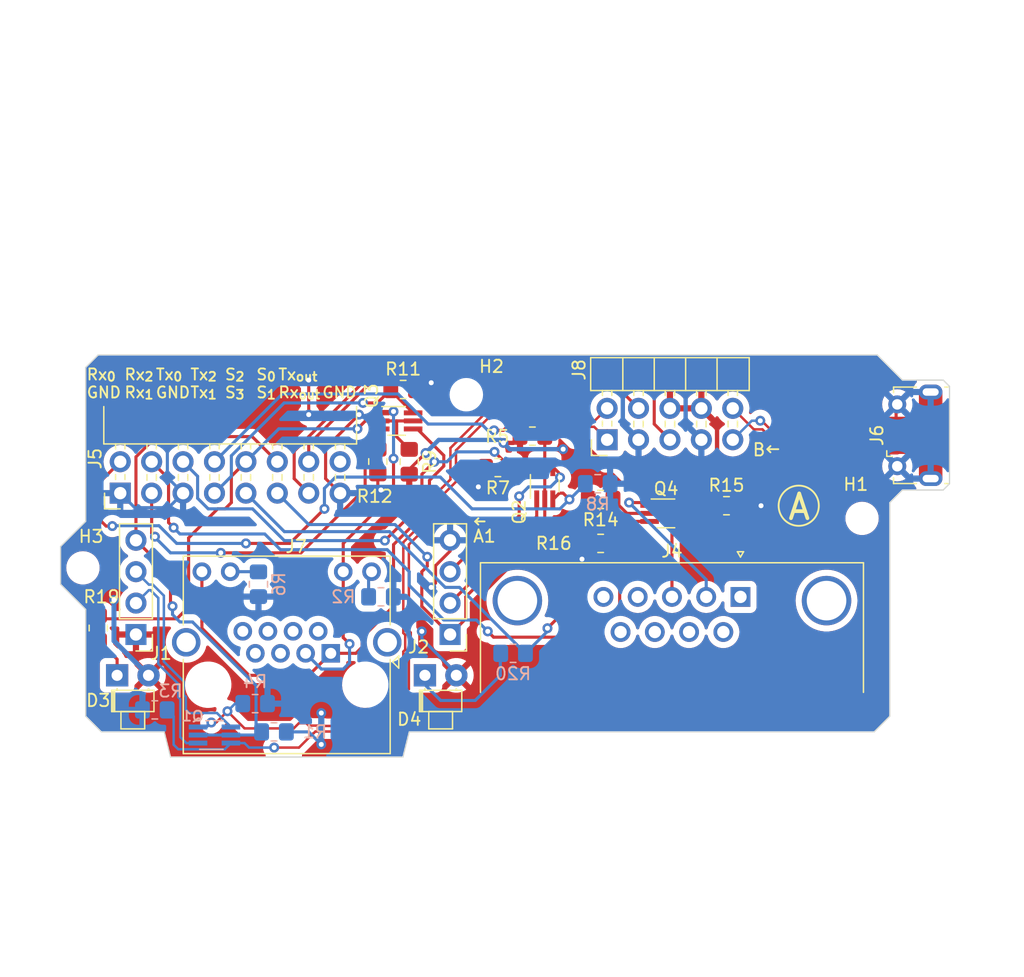
<source format=kicad_pcb>
(kicad_pcb (version 20221018) (generator pcbnew)
  (layers (0 "F.Cu" signal) (31 "B.Cu" signal) (34 "B.Paste" user) (35 "F.Paste" user) (36 "B.SilkS" user "B.Silkscreen") (37 "F.SilkS" user "F.Silkscreen") (38 "B.Mask" user) (39 "F.Mask" user) (44 "Edge.Cuts" user))
  (net 0 "")
  (net 1 "/D-")
  (net 2 "/D+")
  (net 3 "/Tx_{0}")
  (net 4 "/Rx_{0}")
  (net 5 "/Rx_{1}")
  (net 7 "/Tx_{1}")
  (net 14 "/Rx_{2}")
  (net 15 "/Tx_{2}")
  (net 22 "VCC")
  (net 23 "GND")
  (net 24 "/Tx_{out}")
  (net 25 "/Rx_{out}")
  (net 26 "/DO+")
  (net 27 "/DO-")
  (net 28 "Net-(D3-K)")
  (net 29 "Net-(D4-K)")
  (net 30 "/RXI_{0}")
  (net 31 "/TXI_{0}")
  (net 32 "/RXI_{1}")
  (net 33 "/TXI_{1}")
  (net 34 "/TXI_{2}")
  (net 35 "/RXI_{2}")
  (net 36 "/S_{0}")
  (net 37 "/S_{1}")
  (net 38 "/S_{2}")
  (net 39 "/S_{3}")
  (net 41 "Net-(J7-Pad9)")
  (net 42 "/U-")
  (net 43 "/U+")
  (net 45 "Net-(J7-Pad11)")
  (footprint "Connector_PinHeader_2.54mm:PinHeader_1x04_P2.54mm_Vertical" (layer "F.Cu") (at 61.286 72.39 180)
    (fp_text reference "J1")
    (fp_text value "Conn_01x04")
  )
  (footprint "Resistor_SMD:R_0805_2012Metric_Pad1.20x1.40mm_HandSolder" (layer "F.Cu") (at 90.5495 58.889852 180)
    (fp_text reference "R7")
    (fp_text value "40k")
  )
  (footprint "Connector_RJ:RJ45_Amphenol_RJHSE538X" (layer "F.Cu") (at 77.038 73.911 180)
    (fp_text reference "J7")
    (fp_text value "RJ45_LED")
  )
  (footprint "Package_TO_SOT_SMD:SOT-363_SC-70-6_Handsoldering" (layer "F.Cu") (at 82.368 55.118)
    (fp_text reference "Q3")
    (fp_text value "Q_Dual_PMOS_S1G1D2S2G2D1")
  )
  (footprint "Connector_PinHeader_2.54mm:PinHeader_1x04_P2.54mm_Vertical" (layer "F.Cu") (at 86.686 72.39 180)
    (fp_text reference "J2")
    (fp_text value "Conn_01x04")
  )
  (footprint "LED_THT:LED_D1.8mm_W1.8mm_H2.4mm_Horizontal_O1.27mm_Z1.6mm" (layer "F.Cu") (at 59.762 75.692)
    (fp_text reference "D3")
    (fp_text value "LED")
  )
  (footprint "Resistor_SMD:R_0805_2012Metric_Pad1.20x1.40mm_HandSolder" (layer "F.Cu") (at 98.862 61.468 180)
    (fp_text reference "R14")
    (fp_text value "20k")
  )
  (footprint "Connector_PinHeader_2.54mm:PinHeader_2x05_P2.54mm_Horizontal" (layer "F.Cu") (at 99.386 56.642 90)
    (fp_text reference "J8")
    (fp_text value "Conn_01x10 Data Conn")
  )
  (footprint "MountingHole:MountingHole_2.2mm_M2_ISO7380" (layer "F.Cu") (at 88 53)
    (fp_text reference "H2")
    (fp_text value "MountingHole")
  )
  (footprint "Connector_PinHeader_2.54mm:PinHeader_2x08_P2.54mm_Horizontal" (layer "F.Cu") (at 60.015999 60.96 90)
    (fp_text reference "J5")
    (fp_text value "Conn_02x08_Top_Bottom Switch Conn")
  )
  (footprint "Resistor_SMD:R_0805_2012Metric_Pad1.20x1.40mm_HandSolder" (layer "F.Cu") (at 93.3435 56.349852 180)
    (fp_text reference "R5")
    (fp_text value "20k")
  )
  (footprint "Resistor_SMD:R_0805_2012Metric_Pad1.20x1.40mm_HandSolder" (layer "F.Cu") (at 98.862 65.024 180)
    (fp_text reference "R16")
    (fp_text value "40k")
  )
  (footprint "Resistor_SMD:R_0805_2012Metric_Pad1.20x1.40mm_HandSolder" (layer "F.Cu") (at 109.038 61.976)
    (fp_text reference "R15")
    (fp_text value "40k")
  )
  (footprint "MountingHole:MountingHole_2.2mm_M2_ISO7380" (layer "F.Cu") (at 57 67)
    (fp_text reference "H3")
    (fp_text value "MountingHole")
  )
  (footprint "Package_TO_SOT_SMD:SOT-363_SC-70-6_Handsoldering" (layer "F.Cu") (at 104.152 62.596)
    (fp_text reference "Q4")
    (fp_text value "Q_Dual_PMOS_S1G1D2S2G2D1")
  )
  (footprint "Resistor_SMD:R_0805_2012Metric_Pad1.20x1.40mm_HandSolder" (layer "F.Cu") (at 80.844 58.404 -90)
    (fp_text reference "R12")
    (fp_text value "40k")
  )
  (footprint "Connector_USB:USB_Micro-B_Molex-105017-0001" (layer "F.Cu") (at 124.3105 56.282 90)
    (fp_text reference "J6")
    (fp_text value "USB_B_Micro Debug")
  )
  (footprint "Resistor_SMD:R_0805_2012Metric_Pad1.20x1.40mm_HandSolder" (layer "F.Cu") (at 82.892 52.578)
    (fp_text reference "R11")
    (fp_text value "40k")
  )
  (footprint "Connector_Dsub:DSUB-9_Female_Horizontal_P2.77x2.84mm_EdgePinOffset4.94mm_Housed_MountingHolesOffset7.48mm" (layer "F.Cu") (at 110.169 69.349669)
    (fp_text reference "J4")
    (fp_text value "DE9_Receptacle")
  )
  (footprint "Package_TO_SOT_SMD:SOT-363_SC-70-6_Handsoldering" (layer "F.Cu") (at 94.3435 60.159852 90)
    (fp_text reference "Q2")
    (fp_text value "Q_Dual_PMOS_S1G1D2S2G2D1")
  )
  (footprint "Resistor_SMD:R_0805_2012Metric_Pad1.20x1.40mm_HandSolder" (layer "F.Cu") (at 58.238 71.866 90)
    (fp_text reference "R19")
    (fp_text value "1k")
  )
  (footprint "MountingHole:MountingHole_2.2mm_M2_ISO7380" (layer "F.Cu") (at 120 63)
    (fp_text reference "H1")
    (fp_text value "MountingHole")
  )
  (footprint "Resistor_SMD:R_0805_2012Metric_Pad1.20x1.40mm_HandSolder" (layer "F.Cu") (at 83.384 58.42 -90)
    (fp_text reference "R9")
    (fp_text value "20k")
  )
  (footprint "LED_THT:LED_D1.8mm_W1.8mm_H2.4mm_Horizontal_O1.27mm_Z1.6mm" (layer "F.Cu") (at 84.654 75.692)
    (fp_text reference "D4")
    (fp_text value "LED")
  )
  (footprint "Resistor_SMD:R_0805_2012Metric_Pad1.20x1.40mm_HandSolder" (layer "B.Cu") (at 72.446 80.265)
    (fp_text reference "R1")
    (fp_text value "20k")
  )
  (footprint "Resistor_SMD:R_0805_2012Metric_Pad1.20x1.40mm_HandSolder" (layer "B.Cu") (at 81.098 69.342 180)
    (fp_text reference "R2")
    (fp_text value "330")
  )
  (footprint "Resistor_SMD:R_0805_2012Metric_Pad1.20x1.40mm_HandSolder" (layer "B.Cu") (at 70.922 77.979)
    (fp_text reference "R4")
    (fp_text value "300k")
  )
  (footprint "Resistor_SMD:R_0805_2012Metric_Pad1.20x1.40mm_HandSolder" (layer "B.Cu") (at 62.81 78.486 180)
    (fp_text reference "R3")
    (fp_text value "300k")
  )
  (footprint "Resistor_SMD:R_0805_2012Metric_Pad1.20x1.40mm_HandSolder" (layer "B.Cu") (at 91.782 73.914)
    (fp_text reference "R20")
    (fp_text value "1k")
  )
  (footprint "Resistor_SMD:R_0805_2012Metric_Pad1.20x1.40mm_HandSolder" (layer "B.Cu") (at 71.192 68.326 90)
    (fp_text reference "R6")
    (fp_text value "330")
  )
  (footprint "Package_TO_SOT_SMD:SOT-363_SC-70-6_Handsoldering" (layer "B.Cu") (at 67.636 80.519)
    (fp_text reference "Q1")
    (fp_text value "Q_Dual_PMOS_S1G1D2S2G2D1")
  )
  (footprint "Resistor_SMD:R_0805_2012Metric_Pad1.20x1.40mm_HandSolder" (layer "B.Cu") (at 98.624 60.198)
    (fp_text reference "R8")
    (fp_text value "40k")
  )
  (gr_line (start 88.718 63.246) (end 88.972 62.992) (stroke (width 0.15)) (layer "F.SilkS"))
  (gr_line (start 89.48 63.246) (end 88.718 63.246) (stroke (width 0.15)) (layer "F.SilkS"))
  (gr_line (start 112.34 57.404) (end 112.594 57.658) (stroke (width 0.15)) (layer "F.SilkS"))
  (gr_line (start 113.229 57.404) (end 112.467 57.404) (stroke (width 0.15)) (layer "F.SilkS"))
  (gr_line (start 112.34 57.404) (end 112.594 57.15) (stroke (width 0.15)) (layer "F.SilkS"))
  (gr_circle (center 114.88 61.976) (end 116.15 60.96) (stroke (width 0.15)) (fill none) (layer "F.SilkS"))
  (gr_line (start 88.718 63.246) (end 88.972 63.5) (stroke (width 0.15)) (layer "F.SilkS"))
  (gr_line (start 57.222 50.8) (end 58.238 49.784) (stroke (width 0.1)) (layer "Edge.Cuts"))
  (gr_line (start 127.072 60.198) (end 126.564 60.706) (stroke (width 0.1)) (layer "Edge.Cuts"))
  (gr_line (start 127.072 60.198) (end 127.072 52.324) (stroke (width 0.1)) (layer "Edge.Cuts"))
  (gr_line (start 57.222 50.8) (end 57.222 63.246) (stroke (width 0.1)) (layer "Edge.Cuts"))
  (gr_line (start 55.19 65.278) (end 57.222 63.246) (stroke (width 0.1)) (layer "Edge.Cuts"))
  (gr_line (start 122.246 78.994) (end 122.246 61.722) (stroke (width 0.1)) (layer "Edge.Cuts"))
  (gr_line (start 55.19 68.326) (end 57.222 70.358) (stroke (width 0.1)) (layer "Edge.Cuts"))
  (gr_line (start 57.222 78.994) (end 57.222 70.358) (stroke (width 0.1)) (layer "Edge.Cuts"))
  (gr_line (start 55.19 68.326) (end 55.19 65.278) (stroke (width 0.1)) (layer "Edge.Cuts"))
  (gr_line (start 63.572 80.264) (end 58.492 80.264) (stroke (width 0.1)) (layer "Edge.Cuts"))
  (gr_line (start 58.492 80.264) (end 57.222 78.994) (stroke (width 0.1)) (layer "Edge.Cuts"))
  (gr_line (start 83.384 80.264) (end 82.876 82.296) (stroke (width 0.1)) (layer "Edge.Cuts"))
  (gr_line (start 121.23 49.784) (end 123.262 51.816) (stroke (width 0.1)) (layer "Edge.Cuts"))
  (gr_line (start 127.072 52.324) (end 126.564 51.816) (stroke (width 0.1)) (layer "Edge.Cuts"))
  (gr_line (start 126.564 60.706) (end 123.262 60.706) (stroke (width 0.1)) (layer "Edge.Cuts"))
  (gr_line (start 121.23 49.784) (end 58.238 49.784) (stroke (width 0.1)) (layer "Edge.Cuts"))
  (gr_line (start 64.08 82.296) (end 63.572 80.264) (stroke (width 0.1)) (layer "Edge.Cuts"))
  (gr_line (start 123.262 60.706) (end 122.246 61.722) (stroke (width 0.1)) (layer "Edge.Cuts"))
  (gr_line (start 83.384 80.264) (end 120.976 80.264) (stroke (width 0.1)) (layer "Edge.Cuts"))
  (gr_line (start 82.876 82.296) (end 64.08 82.296) (stroke (width 0.1)) (layer "Edge.Cuts"))
  (gr_line (start 126.564 51.816) (end 123.262 51.816) (stroke (width 0.1)) (layer "Edge.Cuts"))
  (gr_line (start 120.976 80.264) (end 122.246 78.994) (stroke (width 0.1)) (layer "Edge.Cuts"))
  (gr_text "Rx_{0}\nGND" (at 57.222 53.34) (layer "F.SilkS") (effects (font (size 0.9 0.9)) (justify left bottom)))
  (gr_text "Rx_{2}\nRx_{1}" (at 60.27 53.34) (layer "F.SilkS") (effects (font (size 0.9 0.9)) (justify left bottom)))
  (gr_text "S_{0}\nS_{1}" (at 70.938 53.34) (layer "F.SilkS") (effects (font (size 0.9 0.9)) (justify left bottom)))
  (gr_text "Tx_{out}\nRx_{out}" (at 72.716 53.34) (layer "F.SilkS") (effects (font (size 0.9 0.9)) (justify left bottom)))
  (gr_text "Tx_{2}\nTx_{1}" (at 65.604 53.34) (layer "F.SilkS") (effects (font (size 0.9 0.9)) (justify left bottom)))
  (gr_text "S_{2}\nS_{3}" (at 68.398 53.34) (layer "F.SilkS") (effects (font (size 0.9 0.9)) (justify left bottom)))
  (gr_text "A" (at 113.864 63.246) (layer "F.SilkS") (effects (font (size 2 2) (thickness 0.3)) (justify left bottom)))
  (gr_text "B" (at 111.07 58.039) (layer "F.SilkS") (effects (font (size 1 1)) (justify left bottom)))
  (gr_text "Tx_{0}\nGND" (at 62.81 53.34) (layer "F.SilkS") (effects (font (size 0.9 0.9)) (justify left bottom)))
  (gr_text "\nGND" (at 76.272 53.34) (layer "F.SilkS") (effects (font (size 0.9 0.9)) (justify left bottom)))
  (gr_text "A1" (at 88.464 65.024) (layer "F.SilkS") (effects (font (size 1 1)) (justify left bottom)))
  (segment (start 67.838 78.741) (end 65.604 78.741) (width 0.2) (layer "B.Cu") (net 1))
  (segment (start 65.321 78.458) (end 65.321 77.437072) (width 0.2) (layer "B.Cu") (net 1))
  (segment (start 65.153 76.1928) (end 63.543 74.5828) (width 0.2) (layer "B.Cu") (net 1))
  (segment (start 68.966 79.869) (end 67.838 78.741) (width 0.2) (layer "B.Cu") (net 1))
  (segment (start 62.649199 68.354999) (end 62.330999 68.354999) (width 0.2) (layer "B.Cu") (net 1))
  (segment (start 62.330999 68.354999) (end 61.286 67.31) (width 0.2) (layer "B.Cu") (net 1))
  (segment (start 65.321 77.437072) (end 65.153 77.269072) (width 0.2) (layer "B.Cu") (net 1))
  (segment (start 65.153 77.269072) (end 65.153 76.1928) (width 0.2) (layer "B.Cu") (net 1))
  (segment (start 63.543 69.2488) (end 62.649199 68.354999) (width 0.2) (layer "B.Cu") (net 1))
  (segment (start 63.543 74.5828) (end 63.543 69.2488) (width 0.2) (layer "B.Cu") (net 1))
  (segment (start 65.604 78.741) (end 65.321 78.458) (width 0.2) (layer "B.Cu") (net 1))
  (segment (start 63.093 74.7692) (end 63.093 69.4352) (width 0.2) (layer "B.Cu") (net 2))
  (segment (start 64.70302 77.45546) (end 64.70302 76.37922) (width 0.2) (layer "B.Cu") (net 2))
  (segment (start 64.871 77.62344) (end 64.70302 77.45546) (width 0.2) (layer "B.Cu") (net 2))
  (segment (start 62.462801 68.805001) (end 62.330999 68.805001) (width 0.2) (layer "B.Cu") (net 2))
  (segment (start 66.306 81.169) (end 65.356 81.169) (width 0.2) (layer "B.Cu") (net 2))
  (segment (start 65.356 81.169) (end 64.871 80.684) (width 0.2) (layer "B.Cu") (net 2))
  (segment (start 64.70302 76.37922) (end 63.093 74.7692) (width 0.2) (layer "B.Cu") (net 2))
  (segment (start 62.330999 68.805001) (end 61.286 69.85) (width 0.2) (layer "B.Cu") (net 2))
  (segment (start 63.093 69.4352) (end 62.462801 68.805001) (width 0.2) (layer "B.Cu") (net 2))
  (segment (start 64.871 80.684) (end 64.871 77.62344) (width 0.2) (layer "B.Cu") (net 2))
  (segment (start 91.5495 58.889852) (end 90.2795 57.619852) (width 0.25) (layer "F.Cu") (net 3))
  (segment (start 81.413 64.797804) (end 84.409 61.801804) (width 0.25) (layer "F.Cu") (net 3))
  (segment (start 91.5495 58.889852) (end 93.6335 58.889852) (width 0.25) (layer "F.Cu") (net 3))
  (segment (start 84.409 61.801804) (end 84.409 59.427) (width 0.25) (layer "F.Cu") (net 3))
  (segment (start 84.409 59.427) (end 85.416 58.42) (width 0.25) (layer "F.Cu") (net 3))
  (via (at 81.413 64.797804) (size 0.8) (drill 0.4) (layers "F.Cu" "B.Cu") (net 3))
  (via (at 90.2795 57.619852) (size 0.8) (drill 0.4) (layers "F.Cu" "B.Cu") (net 3))
  (via (at 85.416 58.42) (size 0.8) (drill 0.4) (layers "F.Cu" "B.Cu") (net 3))
  (segment (start 66.270999 61.372999) (end 67.128 62.23) (width 0.25) (layer "B.Cu") (net 3))
  (segment (start 70.714805 62.23) (end 73.282609 64.797804) (width 0.25) (layer "B.Cu") (net 3))
  (segment (start 87.232148 57.619852) (end 86.432 58.42) (width 0.25) (layer "B.Cu") (net 3))
  (segment (start 65.095999 58.42) (end 66.270999 59.595) (width 0.25) (layer "B.Cu") (net 3))
  (segment (start 67.128 62.23) (end 70.714805 62.23) (width 0.25) (layer "B.Cu") (net 3))
  (segment (start 73.282609 64.797804) (end 81.413 64.797804) (width 0.25) (layer "B.Cu") (net 3))
  (segment (start 90.2795 57.619852) (end 87.232148 57.619852) (width 0.25) (layer "B.Cu") (net 3))
  (segment (start 86.432 58.42) (end 85.416 58.42) (width 0.25) (layer "B.Cu") (net 3))
  (segment (start 66.270999 59.595) (end 66.270999 61.372999) (width 0.25) (layer "B.Cu") (net 3))
  (segment (start 76.526 62.23) (end 73.732 65.024) (width 0.25) (layer "F.Cu") (net 4))
  (segment (start 95.83 60.96) (end 96.338 61.468) (width 0.25) (layer "F.Cu") (net 4))
  (segment (start 96.3385 61.4675) (end 96.338 61.468) (width 0.25) (layer "F.Cu") (net 4))
  (segment (start 58.492 59.943999) (end 60.015999 58.42) (width 0.25) (layer "F.Cu") (net 4))
  (segment (start 58.492 63.246) (end 58.492 59.943999) (width 0.25) (layer "F.Cu") (net 4))
  (segment (start 94.9935 61.489852) (end 95.523352 60.96) (width 0.25) (layer "F.Cu") (net 4))
  (segment (start 73.732 65.024) (end 70.176 65.024) (width 0.25) (layer "F.Cu") (net 4))
  (segment (start 58.868701 63.622701) (end 58.492 63.246) (width 0.25) (layer "F.Cu") (net 4))
  (segment (start 59.376701 63.622701) (end 58.868701 63.622701) (width 0.25) (layer "F.Cu") (net 4))
  (segment (start 95.523352 60.96) (end 95.83 60.96) (width 0.25) (layer "F.Cu") (net 4))
  (via (at 59.376701 63.622701) (size 0.8) (drill 0.4) (layers "F.Cu" "B.Cu") (net 4))
  (via (at 96.338 61.468) (size 0.8) (drill 0.4) (layers "F.Cu" "B.Cu") (net 4))
  (via (at 70.176 65.024) (size 0.8) (drill 0.4) (layers "F.Cu" "B.Cu") (net 4))
  (via (at 76.526 62.23) (size 0.8) (drill 0.4) (layers "F.Cu" "B.Cu") (net 4))
  (segment (start 77.796 59.66) (end 77.434298 59.66) (width 0.25) (layer "B.Cu") (net 4))
  (segment (start 85.894 59.66) (end 88.464 62.23) (width 0.25) (layer "B.Cu") (net 4))
  (segment (start 63.149695 63.595) (end 64.578695 65.024) (width 0.25) (layer "B.Cu") (net 4))
  (segment (start 59.404402 63.595) (end 59.376701 63.622701) (width 0.25) (layer "B.Cu") (net 4))
  (segment (start 88.464 62.23) (end 95.576 62.23) (width 0.25) (layer "B.Cu") (net 4))
  (segment (start 64.578695 65.024) (end 70.176 65.024) (width 0.25) (layer "B.Cu") (net 4))
  (segment (start 95.576 62.23) (end 96.338 61.468) (width 0.25) (layer "B.Cu") (net 4))
  (segment (start 77.796 59.66) (end 85.894 59.66) (width 0.25) (layer "B.Cu") (net 4))
  (segment (start 96.338 61.468) (end 96.354 61.468) (width 0.25) (layer "B.Cu") (net 4))
  (segment (start 59.404402 63.595) (end 63.149695 63.595) (width 0.25) (layer "B.Cu") (net 4))
  (segment (start 77.434298 59.66) (end 76.526 60.568298) (width 0.25) (layer "B.Cu") (net 4))
  (segment (start 96.354 61.468) (end 97.624 60.198) (width 0.25) (layer "B.Cu") (net 4))
  (segment (start 76.526 60.568298) (end 76.526 62.23) (width 0.25) (layer "B.Cu") (net 4))
  (segment (start 76.59485 63.82285) (end 74.6317 65.786) (width 0.25) (layer "F.Cu") (net 5))
  (segment (start 62.556 62.992) (end 62.556 64.212456) (width 0.25) (layer "F.Cu") (net 5))
  (segment (start 74.6317 65.786) (end 68.144 65.786) (width 0.25) (layer "F.Cu") (net 5))
  (segment (start 79.819 58.429) (end 79.819 60.5987) (width 0.25) (layer "F.Cu") (net 5))
  (segment (start 80.844 57.404) (end 80.844 55.962) (width 0.25) (layer "F.Cu") (net 5))
  (segment (start 80.844 55.962) (end 81.038 55.768) (width 0.25) (layer "F.Cu") (net 5))
  (segment (start 62.556 64.212456) (end 62.821946 64.478402) (width 0.25) (layer "F.Cu") (net 5))
  (segment (start 79.819 60.5987) (end 76.59485 63.82285) (width 0.25) (layer "F.Cu") (net 5))
  (segment (start 80.844 57.404) (end 79.819 58.429) (width 0.25) (layer "F.Cu") (net 5))
  (segment (start 62.555999 60.96) (end 62.556 62.992) (width 0.25) (layer "F.Cu") (net 5))
  (via (at 68.144 65.786) (size 0.8) (drill 0.4) (layers "F.Cu" "B.Cu") (net 5))
  (via (at 62.821946 64.478402) (size 0.8) (drill 0.4) (layers "F.Cu" "B.Cu") (net 5))
  (segment (start 64.08 65.786) (end 62.821946 64.527946) (width 0.25) (layer "B.Cu") (net 5))
  (segment (start 68.144 65.786) (end 64.08 65.786) (width 0.25) (layer "B.Cu") (net 5))
  (segment (start 62.821946 64.527946) (end 62.821946 64.478402) (width 0.25) (layer "B.Cu") (net 5))
  (segment (start 81.892 52.578) (end 81.892 52.662) (width 0.25) (layer "F.Cu") (net 7))
  (segment (start 79.642497 53.662497) (end 80.807503 53.662497) (width 0.25) (layer "F.Cu") (net 7))
  (segment (start 81.892 52.662) (end 83.698 54.468) (width 0.25) (layer "F.Cu") (net 7))
  (segment (start 80.807503 53.662497) (end 81.892 52.578) (width 0.25) (layer "F.Cu") (net 7))
  (via (at 79.642497 53.662497) (size 0.8) (drill 0.4) (layers "F.Cu" "B.Cu") (net 7))
  (segment (start 67.635999 60.96) (end 69.000999 59.595) (width 0.25) (layer "B.Cu") (net 7))
  (segment (start 73.271801 53.662497) (end 79.642497 53.662497) (width 0.25) (layer "B.Cu") (net 7))
  (segment (start 69.000999 59.595) (end 69.000999 57.933299) (width 0.25) (layer "B.Cu") (net 7))
  (segment (start 69.000999 57.933299) (end 73.271801 53.662497) (width 0.25) (layer "B.Cu") (net 7))
  (segment (start 90.205 72.607) (end 97.899 72.607) (width 0.25) (layer "F.Cu") (net 14))
  (segment (start 63.920999 59.785) (end 63.920999 63.340999) (width 0.25) (layer "F.Cu") (net 14))
  (segment (start 97.899 72.607) (end 100.402 70.104) (width 0.25) (layer "F.Cu") (net 14))
  (segment (start 100.402 70.104) (end 100.402 65.564) (width 0.25) (layer "F.Cu") (net 14))
  (segment (start 89.734 72.136) (end 90.205 72.607) (width 0.25) (layer "F.Cu") (net 14))
  (segment (start 99.862 65.024) (end 101.64 63.246) (width 0.25) (layer "F.Cu") (net 14))
  (segment (start 62.555999 58.42) (end 63.920999 59.785) (width 0.25) (layer "F.Cu") (net 14))
  (segment (start 101.64 63.246) (end 102.822 63.246) (width 0.25) (layer "F.Cu") (net 14))
  (segment (start 100.402 65.564) (end 99.862 65.024) (width 0.25) (layer "F.Cu") (net 14))
  (segment (start 63.920999 63.340999) (end 64.334 63.754) (width 0.25) (layer "F.Cu") (net 14))
  (via (at 89.734 72.136) (size 0.8) (drill 0.4) (layers "F.Cu" "B.Cu") (net 14))
  (via (at 64.334 63.754) (size 0.8) (drill 0.4) (layers "F.Cu" "B.Cu") (net 14))
  (segment (start 86.178 71.215) (end 83.384 68.421) (width 0.25) (layer "B.Cu") (net 14))
  (segment (start 72.97 65.532) (end 71.7 64.262) (width 0.25) (layer "B.Cu") (net 14))
  (segment (start 81.606 65.532) (end 72.97 65.532) (width 0.25) (layer "B.Cu") (net 14))
  (segment (start 64.842 64.262) (end 64.334 63.754) (width 0.25) (layer "B.Cu") (net 14))
  (segment (start 88.813 71.215) (end 86.178 71.215) (width 0.25) (layer "B.Cu") (net 14))
  (segment (start 71.7 64.262) (end 64.842 64.262) (width 0.25) (layer "B.Cu") (net 14))
  (segment (start 83.384 68.421) (end 83.384 67.31) (width 0.25) (layer "B.Cu") (net 14))
  (segment (start 89.734 72.136) (end 88.813 71.215) (width 0.25) (layer "B.Cu") (net 14))
  (segment (start 83.384 67.31) (end 81.606 65.532) (width 0.25) (layer "B.Cu") (net 14))
  (segment (start 97.354 56.76962) (end 96.71962 56.76962) (width 0.25) (layer "F.Cu") (net 15))
  (segment (start 99.25838 58.674) (end 97.354 56.76962) (width 0.25) (layer "F.Cu") (net 15))
  (segment (start 91.004 55.88) (end 91.559148 55.324852) (width 0.25) (layer "F.Cu") (net 15))
  (segment (start 96.71962 56.76962) (end 95.274852 55.324852) (width 0.25) (layer "F.Cu") (net 15))
  (segment (start 102.688 61.214) (end 103.958 61.214) (width 0.25) (layer "F.Cu") (net 15))
  (segment (start 100.148 58.674) (end 99.25838 58.674) (width 0.25) (layer "F.Cu") (net 15))
  (segment (start 91.559148 55.324852) (end 95.274852 55.324852) (width 0.25) (layer "F.Cu") (net 15))
  (segment (start 103.958 61.214) (end 104.69 61.946) (width 0.25) (layer "F.Cu") (net 15))
  (segment (start 100.148 58.674) (end 102.688 61.214) (width 0.25) (layer "F.Cu") (net 15))
  (segment (start 90.242 55.88) (end 91.004 55.88) (width 0.25) (layer "F.Cu") (net 15))
  (segment (start 108.008 61.946) (end 108.038 61.976) (width 0.25) (layer "F.Cu") (net 15))
  (segment (start 104.69 61.946) (end 105.482 61.946) (width 0.25) (layer "F.Cu") (net 15))
  (segment (start 105.482 61.946) (end 108.008 61.946) (width 0.25) (layer "F.Cu") (net 15))
  (via (at 90.242 55.88) (size 0.8) (drill 0.4) (layers "F.Cu" "B.Cu") (net 15))
  (segment (start 89.734 55.88) (end 90.242 55.88) (width 0.25) (layer "B.Cu") (net 15))
  (segment (start 89.226 55.372) (end 89.734 55.88) (width 0.25) (layer "B.Cu") (net 15))
  (segment (start 89.226 55.372) (end 84.908 55.372) (width 0.25) (layer "B.Cu") (net 15))
  (segment (start 67.635999 58.42) (end 73.118502 52.937497) (width 0.25) (layer "B.Cu") (net 15))
  (segment (start 73.118502 52.937497) (end 82.473497 52.937497) (width 0.25) (layer "B.Cu") (net 15))
  (segment (start 82.473497 52.937497) (end 84.908 55.372) (width 0.25) (layer "B.Cu") (net 15))
  (segment (start 121.052 57.582) (end 120.976 57.658) (width 0.5) (layer "F.Cu") (net 22))
  (segment (start 107.768 54.864) (end 108.276 55.372) (width 0.5) (layer "F.Cu") (net 22))
  (segment (start 91.004 56.896) (end 91.797352 56.896) (width 0.35) (layer "F.Cu") (net 22))
  (segment (start 122.848 57.582) (end 121.052 57.582) (width 0.5) (layer "F.Cu") (net 22))
  (segment (start 88.481 74.405) (end 88.481 69.833) (width 0.4) (layer "F.Cu") (net 22))
  (segment (start 83.384 59.42) (end 83.384 59.03849) (width 0.25) (layer "F.Cu") (net 22))
  (segment (start 108.276 55.372) (end 108.276 55.626) (width 0.35) (layer "F.Cu") (net 22))
  (segment (start 107.006 54.102) (end 107.768 54.864) (width 0.5) (layer "F.Cu") (net 22))
  (segment (start 83.384 59.03849) (end 84.709245 57.713245) (width 0.25) (layer "F.Cu") (net 22))
  (segment (start 108.276 55.626) (end 108.276 57.658) (width 0.35) (layer "F.Cu") (net 22))
  (segment (start 91.797352 56.896) (end 92.3435 56.349852) (width 0.35) (layer "F.Cu") (net 22))
  (segment (start 87.194 75.692) (end 88.481 74.405) (width 0.4) (layer "F.Cu") (net 22))
  (segment (start 88.481 69.833) (end 91.512 66.802) (width 0.4) (layer "F.Cu") (net 22))
  (segment (start 91.512 66.802) (end 92.528 66.802) (width 0.4) (layer "F.Cu") (net 22))
  (segment (start 92.3435 56.349852) (end 91.834352 56.859) (width 0.25) (layer "F.Cu") (net 22))
  (segment (start 122.322 57.582) (end 123.61 57.582) (width 0.4) (layer "F.Cu") (net 22))
  (via (at 59.508 69.596) (size 0.8) (drill 0.4) (layers "F.Cu" "B.Cu") (net 22))
  (via (at 91.004 56.896) (size 0.8) (drill 0.4) (layers "F.Cu" "B.Cu") (net 22))
  (via (at 76.272 78.74) (size 0.8) (drill 0.4) (layers "F.Cu" "B.Cu") (net 22))
  (via (at 84.709245 57.713245) (size 0.8) (drill 0.4) (layers "F.Cu" "B.Cu") (net 22))
  (via (at 84.4 72.136) (size 0.8) (drill 0.4) (layers "F.Cu" "B.Cu") (net 22))
  (via (at 95.83 57.404) (size 0.8) (drill 0.4) (layers "F.Cu" "B.Cu") (net 22))
  (via (at 76.272 81.28) (size 0.8) (drill 0.4) (layers "F.Cu" "B.Cu") (net 22))
  (segment (start 76.272 80.518) (end 76.272 78.74) (width 0.5) (layer "B.Cu") (net 22))
  (segment (start 84.709245 57.713245) (end 84.72749 57.695) (width 0.25) (layer "B.Cu") (net 22))
  (segment (start 91.004 56.896) (end 91.512 57.404) (width 0.35) (layer "B.Cu") (net 22))
  (segment (start 90.763 56.655) (end 85.76749 56.655) (width 0.35) (layer "B.Cu") (net 22))
  (segment (start 76.272 81.28) (end 76.272 80.518) (width 0.5) (layer "B.Cu") (net 22))
  (segment (start 91.512 57.404) (end 95.83 57.404) (width 0.35) (layer "B.Cu") (net 22))
  (segment (start 87.214 75.541) (end 84.4 72.727) (width 0.25) (layer "B.Cu") (net 22))
  (segment (start 75.257 80.265) (end 76.272 81.28) (width 0.25) (layer "B.Cu") (net 22))
  (segment (start 85.76749 56.655) (end 84.709245 57.713245) (width 0.35) (layer "B.Cu") (net 22))
  (segment (start 91.004 56.896) (end 90.763 56.655) (width 0.35) (layer "B.Cu") (net 22))
  (segment (start 61.286 74.676) (end 59.508 72.898) (width 0.4) (layer "B.Cu") (net 22))
  (segment (start 62.302 75.692) (end 61.286 74.676) (width 0.4) (layer "B.Cu") (net 22))
  (segment (start 59.508 72.898) (end 59.508 69.596) (width 0.4) (layer "B.Cu") (net 22))
  (segment (start 84.4 72.727) (end 84.4 72.136) (width 0.25) (layer "B.Cu") (net 22))
  (segment (start 73.446 80.265) (end 75.257 80.265) (width 0.25) (layer "B.Cu") (net 22))
  (segment (start 65.095999 60.96) (end 65.093 60.962999) (width 0.25) (layer "F.Cu") (net 23))
  (segment (start 77.795999 60.96) (end 76.620999 59.785) (width 0.25) (layer "F.Cu") (net 23))
  (segment (start 122.754 54.982) (end 122.754 53.782) (width 0.25) (layer "F.Cu") (net 23))
  (segment (start 86.686 65.648299) (end 85.511 66.823299) (width 0.25) (layer "F.Cu") (net 23))
  (segment (start 97.862 65.786) (end 97.354 66.294) (width 0.25) (layer "F.Cu") (net 23))
  (segment (start 97.862 65.024) (end 97.862 65.786) (width 0.25) (layer "F.Cu") (net 23))
  (segment (start 85.511 66.823299) (end 85.511 68.231) (width 0.25) (layer "F.Cu") (net 23))
  (segment (start 85.511 68.231) (end 85.162 68.58) (width 0.25) (layer "F.Cu") (net 23))
  (segment (start 76.620999 59.785) (end 76.620999 57.309001) (width 0.25) (layer "F.Cu") (net 23))
  (segment (start 86.686 64.77) (end 86.686 65.648299) (width 0.25) (layer "F.Cu") (net 23))
  (segment (start 75.256 54.61) (end 75.256 51.816) (width 0.25) (layer "F.Cu") (net 23))
  (segment (start 125.548 57.282) (end 125.548 59.182) (width 0.5) (layer "F.Cu") (net 23))
  (segment (start 110.038 61.976) (end 111.832 61.976) (width 0.25) (layer "F.Cu") (net 23))
  (segment (start 89.004 60.42) (end 88.972 60.452) (width 0.25) (layer "F.Cu") (net 23))
  (segment (start 76.620999 57.309001) (end 79.32 54.61) (width 0.25) (layer "F.Cu") (net 23))
  (segment (start 80.844 60.452) (end 81.098 60.706) (width 0.25) (layer "F.Cu") (net 23))
  (segment (start 80.844 59.404) (end 80.844 60.452) (width 0.25) (layer "F.Cu") (net 23))
  (segment (start 125.548 55.282) (end 125.548 53.382) (width 0.5) (layer "F.Cu") (net 23))
  (segment (start 83.892 52.578) (end 84.6165 52.578) (width 0.25) (layer "F.Cu") (net 23))
  (segment (start 84.6165 52.578) (end 85.162 52.0325) (width 0.25) (layer "F.Cu") (net 23))
  (segment (start 89.004 59.182) (end 89.004 60.42) (width 0.25) (layer "F.Cu") (net 23))
  (via (at 85.162 68.58) (size 0.8) (drill 0.4) (layers "F.Cu" "B.Cu") (net 23))
  (via (at 75.256 51.816) (size 0.8) (drill 0.4) (layers "F.Cu" "B.Cu") (net 23))
  (via (at 85.162 52.0325) (size 0.8) (drill 0.4) (layers "F.Cu" "B.Cu") (net 23))
  (via (at 79.32 54.61) (size 0.8) (drill 0.4) (layers "F.Cu" "B.Cu") (net 23))
  (via (at 81.098 60.706) (size 0.8) (drill 0.4) (layers "F.Cu" "B.Cu") (net 23))
  (via (at 75.256 54.61) (size 0.8) (drill 0.4) (layers "F.Cu" "B.Cu") (net 23))
  (via (at 111.832 61.976) (size 0.8) (drill 0.4) (layers "F.Cu" "B.Cu") (net 23))
  (via (at 97.354 66.294) (size 0.8) (drill 0.4) (layers "F.Cu" "B.Cu") (net 23))
  (via (at 88.972 60.452) (size 0.8) (drill 0.4) (layers "F.Cu" "B.Cu") (net 23))
  (segment (start 65.095999 60.96) (end 63.920999 62.135) (width 0.25) (layer "B.Cu") (net 23))
  (segment (start 79.32 54.61) (end 75.256 54.61) (width 0.25) (layer "B.Cu") (net 23))
  (segment (start 61.190999 62.135) (end 60.015999 60.96) (width 0.25) (layer "B.Cu") (net 23))
  (segment (start 65.095999 60.96) (end 63.826 59.690001) (width 0.25) (layer "B.Cu") (net 23))
  (segment (start 107.006 56.642) (end 106.244 55.88) (width 0.5) (layer "B.Cu") (net 23))
  (segment (start 106.244 55.88) (end 105.736 55.372) (width 0.5) (layer "B.Cu") (net 23))
  (segment (start 63.920999 62.135) (end 61.190999 62.135) (width 0.25) (layer "B.Cu") (net 23))
  (segment (start 100.656 55.118) (end 100.656 53.086) (width 0.35) (layer "B.Cu") (net 23))
  (segment (start 63.826 59.690001) (end 63.826 56.388) (width 0.25) (layer "B.Cu") (net 23))
  (segment (start 100.91 55.626) (end 100.656 55.372) (width 0.5) (layer "B.Cu") (net 23))
  (segment (start 100.656 55.372) (end 100.656 55.118) (width 0.35) (layer "B.Cu") (net 23))
  (segment (start 101.926 56.642) (end 100.91 55.626) (width 0.5) (layer "B.Cu") (net 23))
  (segment (start 105.736 55.118) (end 105.736 53.086) (width 0.35) (layer "B.Cu") (net 23))
  (segment (start 105.736 55.372) (end 105.736 55.118) (width 0.35) (layer "B.Cu") (net 23))
  (segment (start 100.402 52.578) (end 101.926 54.102) (width 0.25) (layer "F.Cu") (net 24))
  (segment (start 75.255999 58.42) (end 75.255999 57.024397) (width 0.25) (layer "F.Cu") (net 24))
  (segment (start 75.255999 57.024397) (end 80.972396 51.308) (width 0.25) (layer "F.Cu") (net 24))
  (segment (start 80.972396 51.308) (end 89.279965 51.308) (width 0.25) (layer "F.Cu") (net 24))
  (segment (start 90.549965 52.578) (end 100.402 52.578) (width 0.25) (layer "F.Cu") (net 24))
  (segment (start 89.279965 51.308) (end 90.549965 52.578) (width 0.25) (layer "F.Cu") (net 24))
  (segment (start 91.004 52.07) (end 102.434 52.07) (width 0.25) (layer "F.Cu") (net 25))
  (segment (start 103.196 55.372) (end 104.466 56.642) (width 0.25) (layer "F.Cu") (net 25))
  (segment (start 102.434 52.07) (end 103.196 52.832) (width 0.25) (layer "F.Cu") (net 25))
  (segment (start 74.080999 59.785) (end 74.080999 57.563001) (width 0.25) (layer "F.Cu") (net 25))
  (segment (start 80.844 50.8) (end 89.734 50.8) (width 0.25) (layer "F.Cu") (net 25))
  (segment (start 74.080999 57.563001) (end 80.844 50.8) (width 0.25) (layer "F.Cu") (net 25))
  (segment (start 89.734 50.8) (end 91.004 52.07) (width 0.25) (layer "F.Cu") (net 25))
  (segment (start 75.255999 60.96) (end 74.080999 59.785) (width 0.25) (layer "F.Cu") (net 25))
  (segment (start 103.196 52.832) (end 103.196 55.372) (width 0.25) (layer "F.Cu") (net 25))
  (segment (start 94.023652 54.899852) (end 95.450892 54.899852) (width 0.2) (layer "F.Cu") (net 26))
  (segment (start 95.450892 54.899852) (end 96.14804 55.597) (width 0.2) (layer "F.Cu") (net 26))
  (segment (start 83.355 76.8012) (end 83.355 73.959244) (width 0.2) (layer "F.Cu") (net 26))
  (segment (start 83.355 65.1172) (end 86.149 62.3232) (width 0.2) (layer "F.Cu") (net 26))
  (segment (start 83.50798 73.806264) (end 83.50798 72.235736) (width 0.2) (layer "F.Cu") (net 26))
  (segment (start 83.355 73.959244) (end 83.50798 73.806264) (width 0.2) (layer "F.Cu") (net 26))
  (segment (start 79.9212 80.235) (end 83.355 76.8012) (width 0.2) (layer "F.Cu") (net 26))
  (segment (start 74.46895 81.534) (end 75.62095 80.382) (width 0.2) (layer "F.Cu") (net 26))
  (segment (start 86.149 61.0532) (end 87.165 60.0372) (width 0.2) (layer "F.Cu") (net 26))
  (segment (start 93.4508 54.327) (end 94.023652 54.899852) (width 0.2) (layer "F.Cu") (net 26))
  (segment (start 72.462 81.534) (end 74.46895 81.534) (width 0.2) (layer "F.Cu") (net 26))
  (segment (start 96.14804 55.597) (end 98.341 55.597) (width 0.2) (layer "F.Cu") (net 26))
  (segment (start 90.3352 54.327) (end 93.4508 54.327) (width 0.2) (layer "F.Cu") (net 26))
  (segment (start 83.50798 72.235736) (end 83.355 72.082756) (width 0.2) (layer "F.Cu") (net 26))
  (segment (start 75.646 80.382) (end 75.793 80.235) (width 0.2) (layer "F.Cu") (net 26))
  (segment (start 87.165 60.0372) (end 87.165 57.4972) (width 0.2) (layer "F.Cu") (net 26))
  (segment (start 99.386 55.88) (end 99.386 56.642) (width 0.2) (layer "F.Cu") (net 26))
  (segment (start 86.149 62.3232) (end 86.149 61.0532) (width 0.2) (layer "F.Cu") (net 26))
  (segment (start 98.341 55.597) (end 99.386 56.642) (width 0.2) (layer "F.Cu") (net 26))
  (segment (start 75.62095 80.382) (end 75.646 80.382) (width 0.2) (layer "F.Cu") (net 26))
  (segment (start 75.793 80.235) (end 79.9212 80.235) (width 0.2) (layer "F.Cu") (net 26))
  (segment (start 87.165 57.4972) (end 90.3352 54.327) (width 0.2) (layer "F.Cu") (net 26))
  (segment (start 83.355 72.082756) (end 83.355 65.1172) (width 0.2) (layer "F.Cu") (net 26))
  (via (at 72.462 81.534) (size 0.8) (drill 0.4) (layers "F.Cu" "B.Cu") (net 26))
  (segment (start 64.706 81.669) (end 64.334 81.297) (width 0.2) (layer "B.Cu") (net 26))
  (segment (start 70.064 81.169) (end 70.429 81.534) (width 0.2) (layer "B.Cu") (net 26))
  (segment (start 64.334 81.297) (end 64.334 79.01) (width 0.2) (layer "B.Cu") (net 26))
  (segment (start 68.966 81.169) (end 68.466 81.669) (width 0.2) (layer "B.Cu") (net 26))
  (segment (start 70.429 81.534) (end 72.462 81.534) (width 0.2) (layer "B.Cu") (net 26))
  (segment (start 64.334 79.01) (end 63.81 78.486) (width 0.2) (layer "B.Cu") (net 26))
  (segment (start 68.466 81.669) (end 64.706 81.669) (width 0.2) (layer "B.Cu") (net 26))
  (segment (start 68.966 81.169) (end 70.064 81.169) (width 0.2) (layer "B.Cu") (net 26))
  (segment (start 70.068244 79.982) (end 74.048 79.982) (width 0.2) (layer "F.Cu") (net 27))
  (segment (start 82.905 76.6148) (end 82.905 73.772876) (width 0.2) (layer "F.Cu") (net 27))
  (segment (start 94.210072 54.449872) (end 95.63728 54.449872) (width 0.2) (layer "F.Cu") (net 27))
  (segment (start 83.058 72.422124) (end 82.905 72.269124) (width 0.2) (layer "F.Cu") (net 27))
  (segment (start 82.905 73.772876) (end 83.058 73.619876) (width 0.2) (layer "F.Cu") (net 27))
  (segment (start 93.6372 53.877) (end 94.210072 54.449872) (width 0.2) (layer "F.Cu") (net 27))
  (segment (start 74.45805 79.565) (end 75.065 79.565) (width 0.2) (layer "F.Cu") (net 27))
  (segment (start 86.715 57.3108) (end 90.1488 53.877) (width 0.2) (layer "F.Cu") (net 27))
  (segment (start 82.905 64.9308) (end 85.699 62.1368) (width 0.2) (layer "F.Cu") (net 27))
  (segment (start 96.334408 55.147) (end 98.341 55.147) (width 0.2) (layer "F.Cu") (net 27))
  (segment (start 83.058 73.619876) (end 83.058 72.422124) (width 0.2) (layer "F.Cu") (net 27))
  (segment (start 85.699 62.1368) (end 85.699 60.8668) (width 0.2) (layer "F.Cu") (net 27))
  (segment (start 85.699 60.8668) (end 86.715 59.8508) (width 0.2) (layer "F.Cu") (net 27))
  (segment (start 67.7755 79.503) (end 68.682372 78.596128) (width 0.2) (layer "F.Cu") (net 27))
  (segment (start 98.341 55.147) (end 99.386 54.102) (width 0.2) (layer "F.Cu") (net 27))
  (segment (start 74.048 79.97505) (end 74.45805 79.565) (width 0.2) (layer "F.Cu") (net 27))
  (segment (start 90.1488 53.877) (end 93.6372 53.877) (width 0.2) (layer "F.Cu") (net 27))
  (segment (start 75.256 79.756) (end 76.497 79.756) (width 0.2) (layer "F.Cu") (net 27))
  (segment (start 76.526 79.785) (end 79.7348 79.785) (width 0.2) (layer "F.Cu") (net 27))
  (segment (start 67.382 79.503) (end 67.7755 79.503) (width 0.2) (layer "F.Cu") (net 27))
  (segment (start 79.7348 79.785) (end 82.905 76.6148) (width 0.2) (layer "F.Cu") (net 27))
  (segment (start 74.048 79.982) (end 74.048 79.97505) (width 0.2) (layer "F.Cu") (net 27))
  (segment (start 95.63728 54.449872) (end 96.334408 55.147) (width 0.2) (layer "F.Cu") (net 27))
  (segment (start 82.905 72.269124) (end 82.905 64.9308) (width 0.2) (layer "F.Cu") (net 27))
  (segment (start 86.715 59.8508) (end 86.715 57.3108) (width 0.2) (layer "F.Cu") (net 27))
  (segment (start 68.682372 78.596128) (end 70.068244 79.982) (width 0.2) (layer "F.Cu") (net 27))
  (segment (start 75.065 79.565) (end 75.256 79.756) (width 0.2) (layer "F.Cu") (net 27))
  (segment (start 76.497 79.756) (end 76.526 79.785) (width 0.2) (layer "F.Cu") (net 27))
  (via (at 68.682372 78.596128) (size 0.8) (drill 0.4) (layers "F.Cu" "B.Cu") (net 27))
  (via (at 67.382 79.503) (size 0.8) (drill 0.4) (layers "F.Cu" "B.Cu") (net 27))
  (segment (start 67.016 79.869) (end 67.382 79.503) (width 0.2) (layer "B.Cu") (net 27))
  (segment (start 69.922 77.979) (end 69.2995 77.979) (width 0.2) (layer "B.Cu") (net 27))
  (segment (start 69.2995 77.979) (end 68.682372 78.596128) (width 0.2) (layer "B.Cu") (net 27))
  (segment (start 66.306 79.869) (end 67.016 79.869) (width 0.2) (layer "B.Cu") (net 27))
  (segment (start 59.762 74.39) (end 59.762 75.692) (width 0.25) (layer "F.Cu") (net 28))
  (segment (start 58.238 72.866) (end 59.762 74.39) (width 0.25) (layer "F.Cu") (net 28))
  (segment (start 90.75 73.946) (end 90.75 75.692) (width 0.25) (layer "B.Cu") (net 29))
  (segment (start 84.674 76.474) (end 84.674 75.541) (width 0.25) (layer "B.Cu") (net 29))
  (segment (start 88.718 77.724) (end 85.924 77.724) (width 0.25) (layer "B.Cu") (net 29))
  (segment (start 90.782 73.914) (end 90.75 73.946) (width 0.25) (layer "B.Cu") (net 29))
  (segment (start 90.75 75.692) (end 88.718 77.724) (width 0.25) (layer "B.Cu") (net 29))
  (segment (start 85.924 77.724) (end 84.674 76.474) (width 0.25) (layer "B.Cu") (net 29))
  (segment (start 95.576 59.412352) (end 94.9935 58.829852) (width 0.25) (layer "F.Cu") (net 30))
  (segment (start 95.576 59.69) (end 95.576 59.412352) (width 0.25) (layer "F.Cu") (net 30))
  (segment (start 86.686 67.31) (end 88.972 65.024) (width 0.25) (layer "F.Cu") (net 30))
  (segment (start 90.041965 65.024) (end 92.274 62.791965) (width 0.25) (layer "F.Cu") (net 30))
  (segment (start 88.972 65.024) (end 90.041965 65.024) (width 0.25) (layer "F.Cu") (net 30))
  (segment (start 92.274 62.791965) (end 92.274 61.214) (width 0.25) (layer "F.Cu") (net 30))
  (via (at 92.274 61.214) (size 0.8) (drill 0.4) (layers "F.Cu" "B.Cu") (net 30))
  (via (at 95.576 59.69) (size 0.8) (drill 0.4) (layers "F.Cu" "B.Cu") (net 30))
  (segment (start 92.274 61.214) (end 93.036 60.452) (width 0.25) (layer "B.Cu") (net 30))
  (segment (start 94.56 60.452) (end 94.814 60.452) (width 0.25) (layer "B.Cu") (net 30))
  (segment (start 93.036 60.452) (end 94.56 60.452) (width 0.25) (layer "B.Cu") (net 30))
  (segment (start 94.814 60.452) (end 95.576 59.69) (width 0.25) (layer "B.Cu") (net 30))
  (segment (start 93.6935 62.8425) (end 93.6935 61.489852) (width 0.25) (layer "F.Cu") (net 31))
  (segment (start 86.686 69.85) (end 93.6935 62.8425) (width 0.25) (layer "F.Cu") (net 31))
  (segment (start 82.114 65.12076) (end 85.02 62.21476) (width 0.25) (layer "F.Cu") (net 32))
  (segment (start 84.034 55.768) (end 83.698 55.768) (width 0.25) (layer "F.Cu") (net 32))
  (segment (start 79.574 73.406) (end 79.574 72.644) (width 0.25) (layer "F.Cu") (net 32))
  (segment (start 86.178 57.912) (end 84.034 55.768) (width 0.25) (layer "F.Cu") (net 32))
  (segment (start 66.62 71.375) (end 66.62 71.883) (width 0.25) (layer "F.Cu") (net 32))
  (segment (start 85.02 62.21476) (end 85.02 59.92876) (width 0.25) (layer "F.Cu") (net 32))
  (segment (start 82.114 70.104) (end 82.114 65.12076) (width 0.25) (layer "F.Cu") (net 32))
  (segment (start 85.02 59.92876) (end 86.178 58.77076) (width 0.25) (layer "F.Cu") (net 32))
  (segment (start 75.256 75.693) (end 77.038 73.911) (width 0.25) (layer "F.Cu") (net 32))
  (segment (start 86.178 58.77076) (end 86.178 57.912) (width 0.25) (layer "F.Cu") (net 32))
  (segment (start 79.574 72.644) (end 82.114 70.104) (width 0.25) (layer "F.Cu") (net 32))
  (segment (start 66.62 71.883) (end 70.43 75.693) (width 0.25) (layer "F.Cu") (net 32))
  (segment (start 79.069 73.911) (end 79.574 73.406) (width 0.25) (layer "F.Cu") (net 32))
  (segment (start 66.618 67.311) (end 66.618 71.373) (width 0.25) (layer "F.Cu") (net 32))
  (segment (start 66.618 71.373) (end 66.62 71.375) (width 0.25) (layer "F.Cu") (net 32))
  (segment (start 77.038 73.911) (end 79.069 73.911) (width 0.25) (layer "F.Cu") (net 32))
  (segment (start 70.43 75.693) (end 75.256 75.693) (width 0.25) (layer "F.Cu") (net 32))
  (segment (start 78.048 65.024) (end 78.048 67.311) (width 0.25) (layer "F.Cu") (net 33))
  (segment (start 82.114 60.958) (end 82.114 58.166) (width 0.25) (layer "F.Cu") (net 33))
  (segment (start 81.15 54.356) (end 81.038 54.468) (width 0.25) (layer "F.Cu") (net 33))
  (segment (start 78.558 73.152) (end 78.045701 72.639701) (width 0.25) (layer "F.Cu") (net 33))
  (segment (start 78.045701 72.639701) (end 78.045701 71.878701) (width 0.25) (layer "F.Cu") (net 33))
  (segment (start 78.045701 71.878701) (end 78.048 71.876402) (width 0.25) (layer "F.Cu") (net 33))
  (segment (start 78.048 65.024) (end 82.114 60.958) (width 0.25) (layer "F.Cu") (net 33))
  (segment (start 78.048 71.876402) (end 78.048 67.311) (width 0.25) (layer "F.Cu") (net 33))
  (segment (start 82.114 54.356) (end 81.15 54.356) (width 0.25) (layer "F.Cu") (net 33))
  (via (at 82.114 58.166) (size 0.8) (drill 0.4) (layers "F.Cu" "B.Cu") (net 33))
  (via (at 78.558 73.152) (size 0.8) (drill 0.4) (layers "F.Cu" "B.Cu") (net 33))
  (via (at 82.114 54.356) (size 0.8) (drill 0.4) (layers "F.Cu" "B.Cu") (net 33))
  (segment (start 78.05 75.185) (end 78.558 74.677) (width 0.25) (layer "B.Cu") (net 33))
  (segment (start 78.558 74.677) (end 78.558 73.152) (width 0.25) (layer "B.Cu") (net 33))
  (segment (start 76.28 75.185) (end 78.05 75.185) (width 0.25) (layer "B.Cu") (net 33))
  (segment (start 75.006 73.911) (end 76.28 75.185) (width 0.25) (layer "B.Cu") (net 33))
  (segment (start 82.114 58.166) (end 82.114 54.356) (width 0.25) (layer "B.Cu") (net 33))
  (segment (start 102.598 61.722) (end 102.822 61.946) (width 0.25) (layer "F.Cu") (net 34))
  (segment (start 101.164 61.722) (end 102.598 61.722) (width 0.25) (layer "F.Cu") (net 34))
  (via (at 101.164 61.722) (size 0.8) (drill 0.4) (layers "F.Cu" "B.Cu") (net 34))
  (segment (start 107.399 69.349669) (end 107.399 67.957) (width 0.25) (layer "B.Cu") (net 34))
  (segment (start 107.399 67.957) (end 101.164 61.722) (width 0.25) (layer "B.Cu") (net 34))
  (segment (start 104.629 64.099) (end 105.482 63.246) (width 0.25) (layer "F.Cu") (net 35))
  (segment (start 104.629 69.349669) (end 104.629 64.099) (width 0.25) (layer "F.Cu") (net 35))
  (segment (start 61.286 58.028298) (end 62.926298 56.388) (width 0.25) (layer "F.Cu") (net 36))
  (segment (start 70.683999 56.388) (end 72.715999 58.42) (width 0.25) (layer "F.Cu") (net 36))
  (segment (start 64.08 67.564) (end 64.08 69.9415) (width 0.25) (layer "F.Cu") (net 36))
  (segment (start 61.286 64.77) (end 61.286 58.028298) (width 0.25) (layer "F.Cu") (net 36))
  (segment (start 62.926298 56.388) (end 70.683999 56.388) (width 0.25) (layer "F.Cu") (net 36))
  (segment (start 64.08 69.9415) (end 64.2425 70.104) (width 0.25) (layer "F.Cu") (net 36))
  (segment (start 61.286 64.77) (end 64.08 67.564) (width 0.25) (layer "F.Cu") (net 36))
  (via (at 64.2425 70.104) (size 0.8) (drill 0.4) (layers "F.Cu" "B.Cu") (net 36))
  (segment (start 71.446 80.265) (end 71.192 80.519) (width 0.25) (layer "B.Cu") (net 36))
  (segment (start 68.966 80.519) (end 66.306 80.519) (width 0.25) (layer "B.Cu") (net 36))
  (segment (start 71.192 80.519) (end 68.966 80.519) (width 0.25) (layer "B.Cu") (net 36))
  (segment (start 64.2425 70.104) (end 64.2425 70.7745) (width 0.25) (layer "B.Cu") (net 36))
  (segment (start 70.997 76.514) (end 70.997 79.816) (width 0.25) (layer "B.Cu") (net 36))
  (segment (start 64.2425 70.7745) (end 64.842 71.374) (width 0.25) (layer "B.Cu") (net 36))
  (segment (start 61.54 64.77) (end 61.286 64.77) (width 0.25) (layer "B.Cu") (net 36))
  (segment (start 64.842 71.374) (end 65.858 71.374) (width 0.25) (layer "B.Cu") (net 36))
  (segment (start 65.858 71.374) (end 70.997 76.514) (width 0.25) (layer "B.Cu") (net 36))
  (segment (start 70.997 79.816) (end 71.446 80.265) (width 0.25) (layer "B.Cu") (net 36))
  (segment (start 84.843448 66.866552) (end 84.4 67.31) (width 0.25) (layer "F.Cu") (net 37))
  (segment (start 86.686 72.39) (end 87.956 71.12) (width 0.25) (layer "F.Cu") (net 37))
  (segment (start 84.843448 66.104551) (end 84.843448 66.866552) (width 0.25) (layer "F.Cu") (net 37))
  (segment (start 94.3435 62.9545) (end 94.3435 61.489852) (width 0.25) (layer "F.Cu") (net 37))
  (segment (start 84.4 67.31) (end 84.4 70.104) (width 0.25) (layer "F.Cu") (net 37))
  (segment (start 94.3435 56.349852) (end 94.3435 58.829852) (width 0.25) (layer "F.Cu") (net 37))
  (segment (start 84.4 70.104) (end 86.686 72.39) (width 0.25) (layer "F.Cu") (net 37))
  (segment (start 87.956 69.342) (end 94.3435 62.9545) (width 0.25) (layer "F.Cu") (net 37))
  (segment (start 94.3435 58.829852) (end 94.3435 61.489852) (width 0.25) (layer "F.Cu") (net 37))
  (segment (start 87.956 71.12) (end 87.956 69.342) (width 0.25) (layer "F.Cu") (net 37))
  (segment (start 86.686 71.804622) (end 86.686 72.39) (width 0.25) (layer "F.Cu") (net 37))
  (via (at 84.843448 66.104551) (size 0.8) (drill 0.4) (layers "F.Cu" "B.Cu") (net 37))
  (segment (start 84.843448 66.104551) (end 82.238897 63.5) (width 0.25) (layer "B.Cu") (net 37))
  (segment (start 75.255999 63.5) (end 72.715999 60.96) (width 0.25) (layer "B.Cu") (net 37))
  (segment (start 82.238897 63.5) (end 75.255999 63.5) (width 0.25) (layer "B.Cu") (net 37))
  (segment (start 64.588 71.12) (end 58.492 71.12) (width 0.25) (layer "F.Cu") (net 38))
  (segment (start 69.000999 61.722) (end 68.492999 62.23) (width 0.25) (layer "F.Cu") (net 38))
  (segment (start 69.000999 59.595) (end 69.000999 61.722) (width 0.25) (layer "F.Cu") (net 38))
  (segment (start 82.368 56.404) (end 82.368 55.118) (width 0.25) (layer "F.Cu") (net 38))
  (segment (start 67.89172 62.23) (end 65.543 64.57872) (width 0.25) (layer "F.Cu") (net 38))
  (segment (start 83.384 57.42) (end 82.368 56.404) (width 0.25) (layer "F.Cu") (net 38))
  (segment (start 68.492999 62.23) (end 67.89172 62.23) (width 0.25) (layer "F.Cu") (net 38))
  (segment (start 83.698 55.118) (end 82.368 55.118) (width 0.25) (layer "F.Cu") (net 38))
  (segment (start 58.492 71.12) (end 58.238 70.866) (width 0.25) (layer "F.Cu") (net 38))
  (segment (start 82.368 55.118) (end 81.038 55.118) (width 0.25) (layer "F.Cu") (net 38))
  (segment (start 65.543 64.57872) (end 65.543 70.165) (width 0.25) (layer "F.Cu") (net 38))
  (segment (start 65.543 70.165) (end 64.588 71.12) (width 0.25) (layer "F.Cu") (net 38))
  (segment (start 70.175999 58.42) (end 69.000999 59.595) (width 0.25) (layer "F.Cu") (net 38))
  (segment (start 79.836598 55.118) (end 81.038 55.118) (width 0.25) (layer "F.Cu") (net 38))
  (segment (start 79.197299 55.757299) (end 79.836598 55.118) (width 0.25) (layer "F.Cu") (net 38))
  (via (at 79.197299 55.757299) (size 0.8) (drill 0.4) (layers "F.Cu" "B.Cu") (net 38))
  (segment (start 72.8387 55.757299) (end 79.197299 55.757299) (width 0.25) (layer "B.Cu") (net 38))
  (segment (start 70.175999 58.42) (end 72.8387 55.757299) (width 0.25) (layer "B.Cu") (net 38))
  (segment (start 99.862 61.468) (end 100.99 62.596) (width 0.25) (layer "F.Cu") (net 39))
  (segment (start 105.482 62.596) (end 102.822 62.596) (width 0.25) (layer "F.Cu") (net 39))
  (segment (start 100.99 62.596) (end 102.822 62.596) (width 0.25) (layer "F.Cu") (net 39))
  (segment (start 94.56 71.882) (end 98.878 67.564) (width 0.25) (layer "F.Cu") (net 39))
  (segment (start 98.878 62.452) (end 99.862 61.468) (width 0.25) (layer "F.Cu") (net 39))
  (segment (start 98.878 67.564) (end 98.878 62.452) (width 0.25) (layer "F.Cu") (net 39))
  (via (at 94.56 71.882) (size 0.8) (drill 0.4) (layers "F.Cu" "B.Cu") (net 39))
  (segment (start 73.288804 64.072804) (end 81.787103 64.072804) (width 0.25) (layer "B.Cu") (net 39))
  (segment (start 81.787103 64.072804) (end 86.294299 68.58) (width 0.25) (layer "B.Cu") (net 39))
  (segment (start 92.782 73.914) (end 94.56 72.136) (width 0.25) (layer "B.Cu") (net 39))
  (segment (start 87.448 68.58) (end 92.782 73.914) (width 0.25) (layer "B.Cu") (net 39))
  (segment (start 94.56 72.136) (end 94.56 71.882) (width 0.25) (layer "B.Cu") (net 39))
  (segment (start 70.175999 60.96) (end 73.288804 64.072804) (width 0.25) (layer "B.Cu") (net 39))
  (segment (start 86.294299 68.58) (end 87.448 68.58) (width 0.25) (layer "B.Cu") (net 39))
  (segment (start 80.338 67.311) (end 80.336 67.311) (width 0.25) (layer "F.Cu") (net 41))
  (segment (start 80.098 67.551) (end 80.338 67.311) (width 0.25) (layer "B.Cu") (net 41))
  (segment (start 80.098 69.342) (end 80.098 67.551) (width 0.25) (layer "B.Cu") (net 41))
  (segment (start 111.945157 55.803357) (end 112.9738 56.832) (width 0.2) (layer "F.Cu") (net 42))
  (segment (start 122.497499 56.832) (end 122.597499 56.932) (width 0.2) (layer "F.Cu") (net 42))
  (segment (start 109.546 54.102) (end 111.247357 55.803357) (width 0.2) (layer "F.Cu") (net 42))
  (segment (start 111.247357 55.803357) (end 111.945157 55.803357) (width 0.2) (layer "F.Cu") (net 42))
  (segment (start 112.9738 56.832) (end 122.497499 56.832) (width 0.2) (layer "F.Cu") (net 42))
  (segment (start 122.597499 56.932) (end 123.61 56.932) (width 0.2) (layer "F.Cu") (net 42))
  (segment (start 122.597499 56.282) (end 123.61 56.282) (width 0.2) (layer "F.Cu") (net 43))
  (segment (start 122.497499 56.382) (end 122.597499 56.282) (width 0.2) (layer "F.Cu") (net 43))
  (segment (start 113.1602 56.382) (end 122.497499 56.382) (width 0.2) (layer "F.Cu") (net 43))
  (segment (start 111.881557 55.103357) (end 113.1602 56.382) (width 0.2) (layer "F.Cu") (net 43))
  (segment (start 111.770286 55.103357) (end 111.881557 55.103357) (width 0.2) (layer "F.Cu") (net 43))
  (via (at 111.770286 55.103357) (size 0.8) (drill 0.4) (layers "F.Cu" "B.Cu") (net 43))
  (segment (start 111.770286 55.103357) (end 111.084643 55.103357) (width 0.2) (layer "B.Cu") (net 43))
  (segment (start 111.084643 55.103357) (end 109.546 56.642) (width 0.2) (layer "B.Cu") (net 43))
  (segment (start 71.177 67.311) (end 71.192 67.326) (width 0.25) (layer "B.Cu") (net 45))
  (segment (start 68.874 67.345) (end 68.908 67.311) (width 0.25) (layer "B.Cu") (net 45))
  (segment (start 68.908 67.311) (end 71.177 67.311) (width 0.25) (layer "B.Cu") (net 45))
  (zone (net 22) (net_name "VCC") (layer "F.Cu") (connect_pads (clearance 0.5)) (min_thickness 0.25) (fill yes (thermal_gap 0.5) (thermal_bridge_width 0.5))
    (polygon (pts (xy 52.07 99.568) (xy 132.334 99.568) (xy 133.096 22.606) (xy 51.308 22.606)))
  )
  (zone (net 23) (net_name "GND") (layer "B.Cu") (priority 1) (connect_pads (clearance 0.5)) (min_thickness 0.25) (fill yes (thermal_gap 0.5) (thermal_bridge_width 0.5))
    (polygon (pts (xy 52.578 99.568) (xy 133.096 100.076) (xy 133.096 21.336) (xy 50.292 21.082)))
  )
)
</source>
